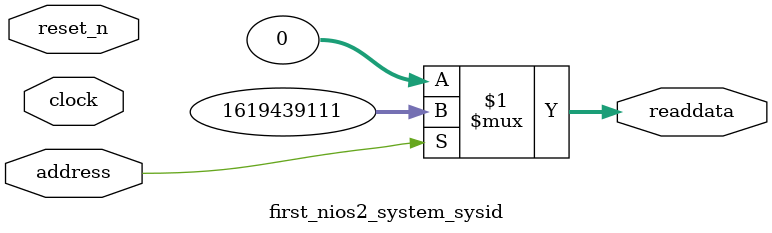
<source format=v>

`timescale 1ns / 1ps
// synthesis translate_on

// turn off superfluous verilog processor warnings 
// altera message_level Level1 
// altera message_off 10034 10035 10036 10037 10230 10240 10030 

module first_nios2_system_sysid (
               // inputs:
                address,
                clock,
                reset_n,

               // outputs:
                readdata
             )
;

  output  [ 31: 0] readdata;
  input            address;
  input            clock;
  input            reset_n;

  wire    [ 31: 0] readdata;
  //control_slave, which is an e_avalon_slave
  assign readdata = address ? 1619439111 : 0;

endmodule




</source>
